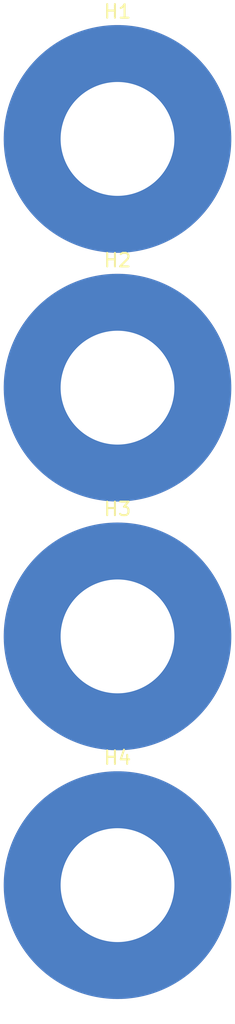
<source format=kicad_pcb>
(kicad_pcb (version 20221018) (generator pcbnew)
  (layers (0 "F.Cu" signal) (31 "B.Cu" signal) (34 "B.Paste" user) (35 "F.Paste" user) (36 "B.SilkS" user "B.Silkscreen") (37 "F.SilkS" user "F.Silkscreen") (38 "B.Mask" user) (39 "F.Mask" user) (44 "Edge.Cuts" user))
  (net 0 "")
  (net 1 "Net-(H1-Pad1)")
  (footprint "MountingHole:MountingHole_8.4mm_M8_Pad_TopBottom" (layer "F.Cu") (at 25.4 72.52)
    (fp_text reference "H2" (at 0 -9.4) (layer "F.SilkS"))
    (fp_text value "MountingHole_Pad")
    (pad "1" thru_hole circle (at 0 0) (size 8.8 8.8) (drill 8.4) (layers "*.Cu" "*.Mask") (net 1 "Net-(H1-Pad1)"))
    (pad "1" connect circle (at 0 0) (size 16.8 16.8) (layers "F.Cu" "F.Mask") (net 1 "Net-(H1-Pad1)"))
    (pad "1" connect circle (at 0 0) (size 16.8 16.8) (layers "B.Cu" "B.Mask") (net 1 "Net-(H1-Pad1)"))
  )
  (footprint "MountingHole:MountingHole_8.4mm_M8_Pad_TopBottom" (layer "F.Cu") (at 25.4 109.22)
    (fp_text reference "H4" (at 0 -9.4) (layer "F.SilkS"))
    (fp_text value "MountingHole_Pad")
    (pad "1" thru_hole circle (at 0 0) (size 8.8 8.8) (drill 8.4) (layers "*.Cu" "*.Mask") (net 1 "Net-(H1-Pad1)"))
    (pad "1" connect circle (at 0 0) (size 16.8 16.8) (layers "F.Cu" "F.Mask") (net 1 "Net-(H1-Pad1)"))
    (pad "1" connect circle (at 0 0) (size 16.8 16.8) (layers "B.Cu" "B.Mask") (net 1 "Net-(H1-Pad1)"))
  )
  (footprint "MountingHole:MountingHole_8.4mm_M8_Pad_TopBottom" (layer "F.Cu") (at 25.4 90.87)
    (fp_text reference "H3" (at 0 -9.4) (layer "F.SilkS"))
    (fp_text value "MountingHole_Pad")
    (pad "1" thru_hole circle (at 0 0) (size 8.8 8.8) (drill 8.4) (layers "*.Cu" "*.Mask") (net 1 "Net-(H1-Pad1)"))
    (pad "1" connect circle (at 0 0) (size 16.8 16.8) (layers "F.Cu" "F.Mask") (net 1 "Net-(H1-Pad1)"))
    (pad "1" connect circle (at 0 0) (size 16.8 16.8) (layers "B.Cu" "B.Mask") (net 1 "Net-(H1-Pad1)"))
  )
  (footprint "MountingHole:MountingHole_8.4mm_M8_Pad_TopBottom" (layer "F.Cu") (at 25.4 54.17)
    (fp_text reference "H1" (at 0 -9.4) (layer "F.SilkS"))
    (fp_text value "MountingHole_Pad")
    (pad "1" thru_hole circle (at 0 0) (size 8.8 8.8) (drill 8.4) (layers "*.Cu" "*.Mask") (net 1 "Net-(H1-Pad1)"))
    (pad "1" connect circle (at 0 0) (size 16.8 16.8) (layers "F.Cu" "F.Mask") (net 1 "Net-(H1-Pad1)"))
    (pad "1" connect circle (at 0 0) (size 16.8 16.8) (layers "B.Cu" "B.Mask") (net 1 "Net-(H1-Pad1)"))
  )
)
</source>
